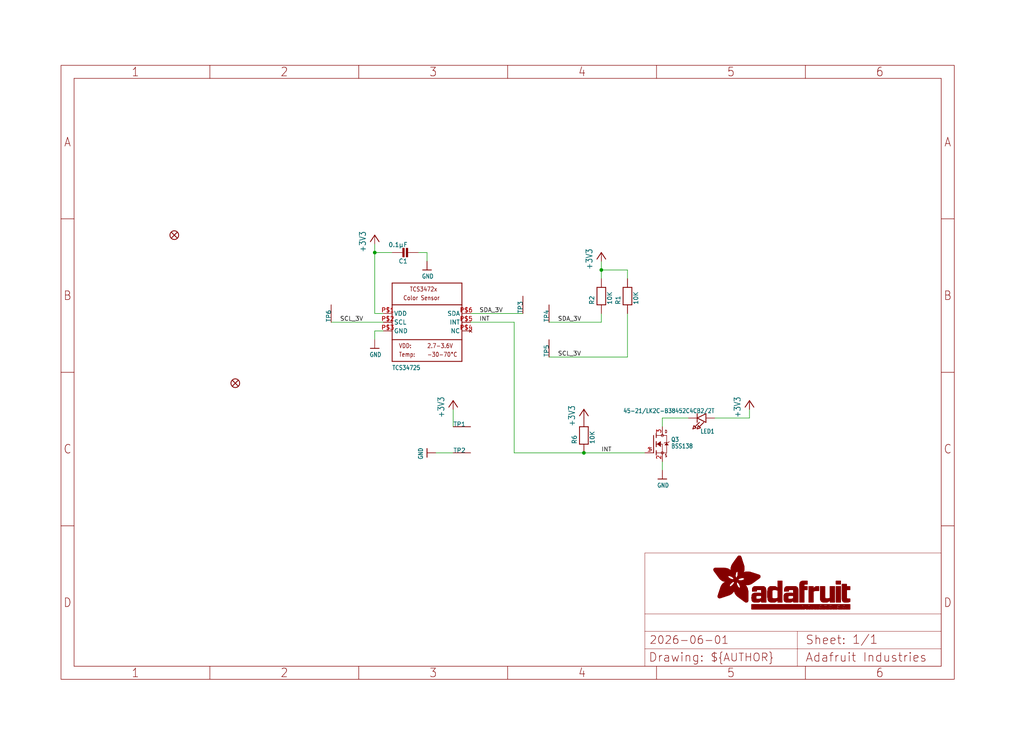
<source format=kicad_sch>
(kicad_sch (version 20230121) (generator eeschema)
  (paper "User" 298.45 217.322)
  (lib_symbols
    (symbol "working-eagle-import:+3V3" (power)
      (property "Value" "+3V3" (at -2.54 -5.08 90))
      (symbol "+3V3_1_0"
        (pin power_in line (at 0 -2.54 90) (length 2.54) (name "+3V3") (number "1"))
      )
    )
    (symbol "working-eagle-import:CAP_CERAMIC_0805"
      (property "Reference" "C" (at -1.79 0.54 90))
      (symbol "CAP_CERAMIC_0805_1_0"
        (pin passive line (at 0 5.08 270) (length 2.54) (name "1") (number "1"))
        (pin passive line (at 0 -2.54 90) (length 2.54) (name "2") (number "2"))
      )
    )
    (symbol "working-eagle-import:FIDUCIAL{dblquote}{dblquote}")
    (symbol "working-eagle-import:FRAME_A4_ADAFRUIT"
      (symbol "FRAME_A4_ADAFRUIT_1_0"
        (text "${#}/${##}" (at 230.505 10.16 0) (effects (font (size 2.54 2.54)) (justify left bottom)))
        (text "${AUTHOR}" (at 189.23 5.08 0) (effects (font (size 2.286 2.286)) (justify left bottom)))
        (text "${CURRENT_DATE}" (at 171.45 10.16 0) (effects (font (size 2.286 2.286)) (justify left bottom)))
        (text "${PROJECTNAME}" (at 171.45 15.24 0) (effects (font (size 2.54 2.54)) (justify left bottom)))
        (text "1" (at 21.6958 1.905 0) (effects (font (size 2.54 2.286))))
        (text "1" (at 21.6958 177.165 0) (effects (font (size 2.54 2.286))))
        (text "2" (at 65.0875 1.905 0) (effects (font (size 2.54 2.286))))
        (text "2" (at 65.0875 177.165 0) (effects (font (size 2.54 2.286))))
        (text "3" (at 108.4792 1.905 0) (effects (font (size 2.54 2.286))))
        (text "3" (at 108.4792 177.165 0) (effects (font (size 2.54 2.286))))
        (text "4" (at 151.8708 1.905 0) (effects (font (size 2.54 2.286))))
        (text "4" (at 151.8708 177.165 0) (effects (font (size 2.54 2.286))))
        (text "5" (at 195.2625 1.905 0) (effects (font (size 2.54 2.286))))
        (text "5" (at 195.2625 177.165 0) (effects (font (size 2.54 2.286))))
        (text "6" (at 238.6542 1.905 0) (effects (font (size 2.54 2.286))))
        (text "6" (at 238.6542 177.165 0) (effects (font (size 2.54 2.286))))
        (text "A" (at 1.905 156.6863 0) (effects (font (size 2.54 2.286))))
        (text "A" (at 258.445 156.6863 0) (effects (font (size 2.54 2.286))))
        (text "Adafruit Industries" (at 216.916 4.953 0) (effects (font (size 2.54 2.54)) (justify left bottom)))
        (text "B" (at 1.905 111.9188 0) (effects (font (size 2.54 2.286))))
        (text "B" (at 258.445 111.9188 0) (effects (font (size 2.54 2.286))))
        (text "C" (at 1.905 67.1513 0) (effects (font (size 2.54 2.286))))
        (text "C" (at 258.445 67.1513 0) (effects (font (size 2.54 2.286))))
        (text "D" (at 1.905 22.3838 0) (effects (font (size 2.54 2.286))))
        (text "D" (at 258.445 22.3838 0) (effects (font (size 2.54 2.286))))
        (text "Drawing:" (at 171.196 4.953 0) (effects (font (size 2.54 2.54)) (justify left bottom)))
        (text "Sheet:" (at 216.916 10.033 0) (effects (font (size 2.54 2.54)) (justify left bottom)))
      )
    )
    (symbol "working-eagle-import:GND" (power)
      (property "Value" "GND" (at -1.524 -2.54 0))
      (symbol "GND_1_0"
        (pin power_in line (at 0 2.54 270) (length 2.54) (name "GND") (number "1"))
      )
    )
    (symbol "working-eagle-import:LEDEV45-21"
      (property "Reference" "LED" (at -5.08 3.175 0))
      (symbol "LEDEV45-21_1_0"
        (pin passive line (at -5.08 0 0) (length 2.54) (name "A") (number "A"))
        (pin passive line (at 2.54 0 180) (length 2.54) (name "C") (number "K"))
      )
    )
    (symbol "working-eagle-import:LIGHT_TCS3472"
      (symbol "LIGHT_TCS3472_1_0"
        (text "-30-70°C" (at 0 -10.16 0) (effects (font (size 1.27 1.0795)) (justify left bottom)))
        (text "2.7-3.6V" (at 0 -7.62 0) (effects (font (size 1.27 1.0795)) (justify left bottom)))
        (text "Color Sensor" (at -6.985 6.35 0) (effects (font (size 1.27 1.0795)) (justify left bottom)))
        (text "TCS3472x" (at -5.08 8.89 0) (effects (font (size 1.27 1.0795)) (justify left bottom)))
        (text "Temp:" (at -8.255 -10.16 0) (effects (font (size 1.27 1.0795)) (justify left bottom)))
        (text "VDD:" (at -8.255 -7.62 0) (effects (font (size 1.27 1.0795)) (justify left bottom)))
        (pin power_in line (at -12.7 2.54 0) (length 2.54) (name "VDD") (number "P$1"))
        (pin bidirectional line (at -12.7 0 0) (length 2.54) (name "SCL") (number "P$2"))
        (pin power_in line (at -12.7 -2.54 0) (length 2.54) (name "GND") (number "P$3"))
        (pin no_connect line (at 12.7 -2.54 180) (length 2.54) (name "NC") (number "P$4"))
        (pin output line (at 12.7 0 180) (length 2.54) (name "INT") (number "P$5"))
        (pin bidirectional line (at 12.7 2.54 180) (length 2.54) (name "SDA") (number "P$6"))
      )
    )
    (symbol "working-eagle-import:MOSFET-NWIDE"
      (property "Reference" "Q" (at 5.08 0.635 0))
      (symbol "MOSFET-NWIDE_1_0"
        (text "D" (at 3.175 3.175 0) (effects (font (size 0.8128 0.6908)) (justify left bottom)))
        (text "G" (at -1.27 -1.905 0) (effects (font (size 0.8128 0.6908)) (justify left bottom)))
        (text "S" (at 3.175 -3.81 0) (effects (font (size 0.8128 0.6908)) (justify left bottom)))
        (pin bidirectional line (at -2.54 -2.54 0) (length 2.54) (name "G") (number "1"))
        (pin bidirectional line (at 2.54 -5.08 90) (length 2.54) (name "S") (number "2"))
        (pin bidirectional line (at 2.54 5.08 270) (length 2.54) (name "D") (number "3"))
      )
    )
    (symbol "working-eagle-import:RESISTOR_0805"
      (property "Reference" "R" (at -2.54 2.032 0))
      (symbol "RESISTOR_0805_1_0"
        (pin passive line (at -5.08 0 0) (length 2.54) (name "1") (number "1"))
        (pin passive line (at 5.08 0 180) (length 2.54) (name "2") (number "2"))
      )
    )
    (symbol "working-eagle-import:SEWTAP0.5IN"
      (property "Reference" "TP" (at 0 0 0))
      (symbol "SEWTAP0.5IN_1_0"
        (pin bidirectional line (at 0 0 0) (length 5.08) (name "SEW") (number "TAP"))
      )
    )
  )
  (junction (at 175.26 78.74))
  (junction (at 170.18 132.08))
  (junction (at 109.22 73.66))
  (wire (pts (xy 127 132.08) (xy 132.08 132.08)) (stroke (width 0.1524)))
  (wire (pts (xy 111.76 91.44) (xy 109.22 91.44)) (stroke (width 0.1524)))
  (wire (pts (xy 218.44 121.92) (xy 208.28 121.92)) (stroke (width 0.1524)))
  (wire (pts (xy 109.22 73.66) (xy 109.22 71.12)) (stroke (width 0.1524)))
  (wire (pts (xy 218.44 121.92) (xy 218.44 119.38)) (stroke (width 0.1524)))
  (wire (pts (xy 193.04 134.62) (xy 193.04 137.16)) (stroke (width 0.1524)))
  (wire (pts (xy 187.96 132.08) (xy 170.18 132.08)) (stroke (width 0.1524)))
  (wire (pts (xy 111.76 96.52) (xy 109.22 96.52)) (stroke (width 0.1524)))
  (wire (pts (xy 182.88 81.28) (xy 182.88 78.74)) (stroke (width 0.1524)))
  (wire (pts (xy 200.66 121.92) (xy 193.04 121.92)) (stroke (width 0.1524)))
  (wire (pts (xy 109.22 91.44) (xy 109.22 73.66)) (stroke (width 0.1524)))
  (wire (pts (xy 175.26 93.98) (xy 160.02 93.98)) (stroke (width 0.1524)))
  (wire (pts (xy 175.26 91.44) (xy 175.26 93.98)) (stroke (width 0.1524)))
  (wire (pts (xy 109.22 73.66) (xy 114.3 73.66)) (stroke (width 0.1524)))
  (wire (pts (xy 152.4 91.44) (xy 137.16 91.44)) (stroke (width 0.1524)))
  (wire (pts (xy 182.88 104.14) (xy 160.02 104.14)) (stroke (width 0.1524)))
  (wire (pts (xy 175.26 76.2) (xy 175.26 78.74)) (stroke (width 0.1524)))
  (wire (pts (xy 175.26 81.28) (xy 175.26 78.74)) (stroke (width 0.1524)))
  (wire (pts (xy 193.04 121.92) (xy 193.04 124.46)) (stroke (width 0.1524)))
  (wire (pts (xy 149.86 132.08) (xy 149.86 93.98)) (stroke (width 0.1524)))
  (wire (pts (xy 132.08 119.38) (xy 132.08 124.46)) (stroke (width 0.1524)))
  (wire (pts (xy 109.22 96.52) (xy 109.22 99.06)) (stroke (width 0.1524)))
  (wire (pts (xy 182.88 91.44) (xy 182.88 104.14)) (stroke (width 0.1524)))
  (wire (pts (xy 121.92 73.66) (xy 124.46 73.66)) (stroke (width 0.1524)))
  (wire (pts (xy 137.16 93.98) (xy 149.86 93.98)) (stroke (width 0.1524)))
  (wire (pts (xy 111.76 93.98) (xy 96.52 93.98)) (stroke (width 0.1524)))
  (wire (pts (xy 175.26 78.74) (xy 182.88 78.74)) (stroke (width 0.1524)))
  (wire (pts (xy 170.18 132.08) (xy 149.86 132.08)) (stroke (width 0.1524)))
  (wire (pts (xy 124.46 73.66) (xy 124.46 76.2)) (stroke (width 0.1524)))
  (label "SCL_3V" (at 99.06 93.98 0) (effects (font (size 1.2446 1.2446))))
  (label "SDA_3V" (at 162.56 93.98 0) (effects (font (size 1.2446 1.2446))))
  (label "SCL_3V" (at 162.56 104.14 0) (effects (font (size 1.2446 1.2446))))
  (label "SDA_3V" (at 139.7 91.44 0) (effects (font (size 1.2446 1.2446))))
  (label "INT" (at 175.26 132.08 0) (effects (font (size 1.2446 1.2446))))
  (label "INT" (at 139.7 93.98 0) (effects (font (size 1.2446 1.2446))))
  (symbol (lib_id "working-eagle-import:+3V3") (at 170.18 119.38 0) (unit 1)
    (property "Reference" "#+3V6" (effects hide))
    (property "Value" "+3V3" (at 167.64 124.46 90) (effects (font (size 1.778 1.5113)) (justify left bottom)))
  )
  (symbol (lib_id "working-eagle-import:SEWTAP0.5IN") (at 160.02 93.98 90) (unit 1)
    (property "Reference" "TP4" (at 160.02 93.98 0) (effects (justify left bottom)))
    (property "Value" "SEWTAP0.5IN" (effects hide))
    (property "Footprint" "working:SEWINGTAP_0.5" (effects hide))
  )
  (symbol (lib_id "working-eagle-import:RESISTOR_0805") (at 182.88 86.36 90) (unit 1)
    (property "Reference" "R1" (at 180.848 88.9 0) (effects (justify left bottom)))
    (property "Value" "10K" (at 186.055 88.9 0) (effects (justify left bottom)))
    (property "Footprint" "working:_0805" (effects hide))
  )
  (symbol (lib_id "working-eagle-import:RESISTOR_0805") (at 175.26 86.36 90) (unit 1)
    (property "Reference" "R2" (at 173.228 88.9 0) (effects (justify left bottom)))
    (property "Value" "10K" (at 178.435 88.9 0) (effects (justify left bottom)))
    (property "Footprint" "working:_0805" (effects hide))
  )
  (symbol (lib_id "working-eagle-import:CAP_CERAMIC_0805") (at 119.38 73.66 90) (unit 1)
    (property "Reference" "C1" (at 118.84 75.45 90) (effects (justify left bottom)))
    (property "Value" "0.1µF" (at 118.84 70.66 90) (effects (justify left bottom)))
    (property "Footprint" "working:_0805" (effects hide))
  )
  (symbol (lib_id "working-eagle-import:SEWTAP0.5IN") (at 160.02 104.14 90) (unit 1)
    (property "Reference" "TP5" (at 160.02 104.14 0) (effects (justify left bottom)))
    (property "Value" "SEWTAP0.5IN" (effects hide))
    (property "Footprint" "working:SEWINGTAP_0.5" (effects hide))
  )
  (symbol (lib_id "working-eagle-import:SEWTAP0.5IN") (at 132.08 124.46 0) (unit 1)
    (property "Reference" "TP1" (at 132.08 124.46 0) (effects (justify left bottom)))
    (property "Value" "SEWTAP0.5IN" (effects hide))
    (property "Footprint" "working:SEWINGTAP_0.5" (effects hide))
  )
  (symbol (lib_id "working-eagle-import:LEDEV45-21") (at 203.2 121.92 180) (unit 1)
    (property "Reference" "LED1" (at 208.28 125.095 0) (effects (font (size 1.27 1.0795)) (justify left bottom)))
    (property "Value" "45-21/LK2C-B38452C4CB2/2T" (at 208.28 119.126 0) (effects (font (size 1.27 1.0795)) (justify left bottom)))
    (property "Footprint" "working:EVERLIGHT_45-21" (effects hide))
  )
  (symbol (lib_id "working-eagle-import:GND") (at 109.22 101.6 0) (unit 1)
    (property "Reference" "#U$3" (effects hide))
    (property "Value" "GND" (at 107.696 104.14 0) (effects (font (size 1.27 1.0795)) (justify left bottom)))
  )
  (symbol (lib_id "working-eagle-import:+3V3") (at 175.26 73.66 0) (unit 1)
    (property "Reference" "#+3V4" (effects hide))
    (property "Value" "+3V3" (at 172.72 78.74 90) (effects (font (size 1.778 1.5113)) (justify left bottom)))
  )
  (symbol (lib_id "working-eagle-import:FRAME_A4_ADAFRUIT") (at 17.78 198.12 0) (unit 1)
    (property "Reference" "#U$1" (effects hide))
    (property "Value" "FRAME_A4_ADAFRUIT" (effects hide))
  )
  (symbol (lib_id "working-eagle-import:+3V3") (at 132.08 116.84 0) (unit 1)
    (property "Reference" "#+3V1" (effects hide))
    (property "Value" "+3V3" (at 129.54 121.92 90) (effects (font (size 1.778 1.5113)) (justify left bottom)))
  )
  (symbol (lib_id "working-eagle-import:+3V3") (at 109.22 68.58 0) (unit 1)
    (property "Reference" "#+3V3" (effects hide))
    (property "Value" "+3V3" (at 106.68 73.66 90) (effects (font (size 1.778 1.5113)) (justify left bottom)))
  )
  (symbol (lib_id "working-eagle-import:RESISTOR_0805") (at 170.18 127 90) (unit 1)
    (property "Reference" "R6" (at 168.148 129.54 0) (effects (justify left bottom)))
    (property "Value" "10K" (at 173.355 129.54 0) (effects (justify left bottom)))
    (property "Footprint" "working:_0805" (effects hide))
  )
  (symbol (lib_id "working-eagle-import:GND") (at 193.04 139.7 0) (unit 1)
    (property "Reference" "#U$5" (effects hide))
    (property "Value" "GND" (at 191.516 142.24 0) (effects (font (size 1.27 1.0795)) (justify left bottom)))
  )
  (symbol (lib_id "working-eagle-import:FIDUCIAL{dblquote}{dblquote}") (at 50.8 68.58 0) (unit 1)
    (property "Reference" "FID2" (effects hide))
    (property "Value" "FIDUCIAL{dblquote}{dblquote}" (effects hide))
    (property "Footprint" "working:FIDUCIAL_1MM" (effects hide))
  )
  (symbol (lib_id "working-eagle-import:GND") (at 124.46 132.08 270) (unit 1)
    (property "Reference" "#U$6" (effects hide))
    (property "Value" "GND" (at 121.92 130.556 0) (effects (font (size 1.27 1.0795)) (justify left bottom)))
  )
  (symbol (lib_id "working-eagle-import:FIDUCIAL{dblquote}{dblquote}") (at 68.58 111.76 0) (unit 1)
    (property "Reference" "FID1" (effects hide))
    (property "Value" "FIDUCIAL{dblquote}{dblquote}" (effects hide))
    (property "Footprint" "working:FIDUCIAL_1MM" (effects hide))
  )
  (symbol (lib_id "working-eagle-import:SEWTAP0.5IN") (at 96.52 93.98 90) (unit 1)
    (property "Reference" "TP6" (at 96.52 93.98 0) (effects (justify left bottom)))
    (property "Value" "SEWTAP0.5IN" (effects hide))
    (property "Footprint" "working:SEWINGTAP_0.5" (effects hide))
  )
  (symbol (lib_id "working-eagle-import:MOSFET-NWIDE") (at 190.5 129.54 0) (unit 1)
    (property "Reference" "Q3" (at 195.58 128.905 0) (effects (font (size 1.27 1.0795)) (justify left bottom)))
    (property "Value" "BSS138" (at 195.58 130.81 0) (effects (font (size 1.27 1.0795)) (justify left bottom)))
    (property "Footprint" "working:SOT23-WIDE" (effects hide))
  )
  (symbol (lib_id "working-eagle-import:LIGHT_TCS3472") (at 124.46 93.98 0) (unit 1)
    (property "Reference" "U1" (effects hide))
    (property "Value" "TCS34725" (at 114.3 107.95 0) (effects (font (size 1.27 1.0795)) (justify left bottom)))
    (property "Footprint" "working:TCS3472_FN6" (effects hide))
  )
  (symbol (lib_id "working-eagle-import:SEWTAP0.5IN") (at 152.4 91.44 90) (unit 1)
    (property "Reference" "TP3" (at 152.4 91.44 0) (effects (justify left bottom)))
    (property "Value" "SEWTAP0.5IN" (effects hide))
    (property "Footprint" "working:SEWINGTAP_0.5" (effects hide))
  )
  (symbol (lib_id "working-eagle-import:GND") (at 124.46 78.74 0) (unit 1)
    (property "Reference" "#U$4" (effects hide))
    (property "Value" "GND" (at 122.936 81.28 0) (effects (font (size 1.27 1.0795)) (justify left bottom)))
  )
  (symbol (lib_id "working-eagle-import:+3V3") (at 218.44 116.84 0) (unit 1)
    (property "Reference" "#+3V5" (effects hide))
    (property "Value" "+3V3" (at 215.9 121.92 90) (effects (font (size 1.778 1.5113)) (justify left bottom)))
  )
  (symbol (lib_id "working-eagle-import:SEWTAP0.5IN") (at 132.08 132.08 0) (unit 1)
    (property "Reference" "TP2" (at 132.08 132.08 0) (effects (justify left bottom)))
    (property "Value" "SEWTAP0.5IN" (effects hide))
    (property "Footprint" "working:SEWINGTAP_0.5" (effects hide))
  )
)
</source>
